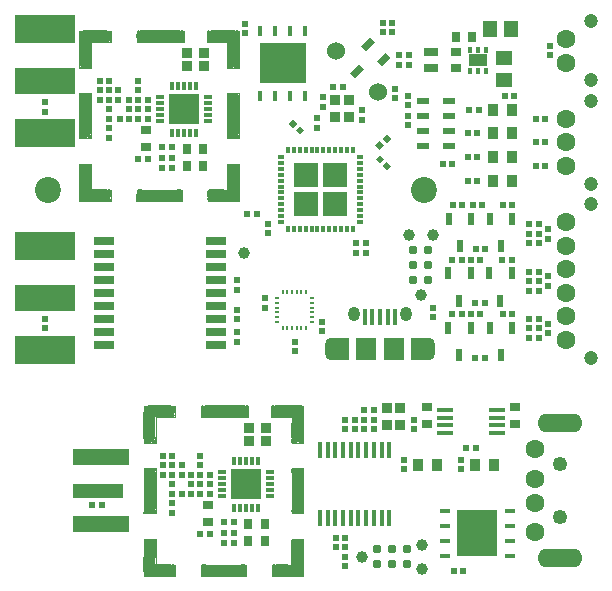
<source format=gts>
G04 #@! TF.FileFunction,Soldermask,Top*
%FSLAX46Y46*%
G04 Gerber Fmt 4.6, Leading zero omitted, Abs format (unit mm)*
G04 Created by KiCad (PCBNEW 4.0.2-4+6225~38~ubuntu14.04.1-stable) date Sun 08 May 2016 17:47:19 BST*
%MOMM*%
G01*
G04 APERTURE LIST*
%ADD10C,0.100000*%
%ADD11C,0.150000*%
%ADD12C,1.000000*%
%ADD13R,4.000000X3.400000*%
%ADD14R,0.450000X0.900000*%
%ADD15R,5.080000X2.286000*%
%ADD16R,5.080000X2.413000*%
%ADD17R,0.400000X0.200000*%
%ADD18R,0.200000X0.400000*%
%ADD19C,1.524000*%
%ADD20R,0.520000X0.520000*%
%ADD21C,1.200000*%
%ADD22C,1.600000*%
%ADD23R,1.150000X1.450000*%
%ADD24R,1.450000X1.150000*%
%ADD25R,0.950000X1.000000*%
%ADD26R,1.600000X1.000000*%
%ADD27R,0.400000X0.500000*%
%ADD28R,1.800000X0.700000*%
%ADD29R,1.800000X0.800000*%
%ADD30R,1.100000X0.600000*%
%ADD31R,0.600000X1.000000*%
%ADD32R,0.750000X0.900000*%
%ADD33R,0.900000X0.750000*%
%ADD34C,2.200000*%
%ADD35R,0.400000X1.350000*%
%ADD36O,1.000000X1.250000*%
%ADD37R,1.800000X1.900000*%
%ADD38R,1.575000X1.900000*%
%ADD39O,1.000000X1.900000*%
%ADD40R,0.300000X0.550000*%
%ADD41R,0.550000X0.300000*%
%ADD42R,2.002000X2.002000*%
%ADD43R,0.750000X0.300000*%
%ADD44R,0.300000X0.750000*%
%ADD45R,2.602000X2.602000*%
%ADD46C,0.787000*%
%ADD47C,1.000000*%
%ADD48R,0.850000X0.950000*%
%ADD49R,0.950000X0.850000*%
%ADD50R,1.300000X0.750000*%
%ADD51R,1.450000X0.450000*%
%ADD52O,3.800000X1.600000*%
%ADD53C,1.250000*%
%ADD54R,4.200000X1.270000*%
%ADD55R,4.700000X1.350000*%
%ADD56R,3.400000X4.000000*%
%ADD57R,0.900000X0.450000*%
G04 APERTURE END LIST*
D10*
D11*
X115840000Y-52950000D02*
X115880000Y-52880000D01*
X115630000Y-53000000D02*
X115840000Y-52950000D01*
X115620000Y-52180000D02*
X115630000Y-53000000D01*
X115620000Y-52100000D02*
X115620000Y-52180000D01*
X115810000Y-52130000D02*
X115620000Y-52100000D01*
X119340000Y-52110000D02*
X119430000Y-52190000D01*
X119510000Y-52120000D02*
X119340000Y-52110000D01*
X119480000Y-52400000D02*
X119510000Y-52120000D01*
X119310000Y-52970000D02*
X119390000Y-52870000D01*
X119500000Y-52990000D02*
X119310000Y-52970000D01*
X119480000Y-52620000D02*
X119500000Y-52990000D01*
X121690000Y-52100000D02*
X121680000Y-52160000D01*
X121570000Y-52100000D02*
X121690000Y-52100000D01*
X121550000Y-52200000D02*
X121570000Y-52100000D01*
X121630000Y-52260000D02*
X121550000Y-52200000D01*
X121560000Y-52780000D02*
X121640000Y-52900000D01*
X121590000Y-52990000D02*
X121560000Y-52780000D01*
X121960000Y-52940000D02*
X121590000Y-52990000D01*
X124130000Y-52110000D02*
X123960000Y-52100000D01*
X124140000Y-52360000D02*
X124130000Y-52110000D01*
X123250000Y-54870000D02*
X123340000Y-55030000D01*
X123270000Y-55110000D02*
X123250000Y-54870000D01*
X124060000Y-55040000D02*
X123270000Y-55110000D01*
X123890000Y-55120000D02*
X124070000Y-55040000D01*
X124120000Y-55100000D02*
X123890000Y-55120000D01*
X124150000Y-54760000D02*
X124120000Y-55100000D01*
X124150000Y-57460000D02*
X124150000Y-57570000D01*
X123830000Y-57440000D02*
X124150000Y-57460000D01*
X123440000Y-57400000D02*
X123330000Y-57530000D01*
X123270000Y-57430000D02*
X123440000Y-57400000D01*
X123260000Y-57680000D02*
X123270000Y-57430000D01*
X123420000Y-61090000D02*
X123420000Y-61060000D01*
X123270000Y-60870000D02*
X123420000Y-61090000D01*
X123290000Y-61110000D02*
X123270000Y-60870000D01*
X123610000Y-61110000D02*
X123290000Y-61110000D01*
X124030000Y-61060000D02*
X123950000Y-61080000D01*
X124120000Y-61120000D02*
X124030000Y-61060000D01*
X124150000Y-60880000D02*
X124120000Y-61120000D01*
X123270000Y-63420000D02*
X123490000Y-63480000D01*
X123280000Y-63700000D02*
X123270000Y-63420000D01*
X124120000Y-63420000D02*
X124000000Y-63440000D01*
X124130000Y-63710000D02*
X124120000Y-63420000D01*
X124120000Y-66420000D02*
X124150000Y-66320000D01*
X123930000Y-66410000D02*
X124120000Y-66420000D01*
X121640000Y-66430000D02*
X121810000Y-66410000D01*
X121610000Y-66210000D02*
X121640000Y-66430000D01*
X121630000Y-65560000D02*
X121800000Y-65580000D01*
X121620000Y-65770000D02*
X121630000Y-65560000D01*
X119290000Y-66410000D02*
X119080000Y-66440000D01*
X119200000Y-65630000D02*
X119290000Y-66410000D01*
X119300000Y-65810000D02*
X119190000Y-65610000D01*
X119300000Y-65560000D02*
X119300000Y-65810000D01*
X118940000Y-65550000D02*
X119300000Y-65560000D01*
X115840000Y-65570000D02*
X116320000Y-65750000D01*
X115640000Y-65570000D02*
X115840000Y-65570000D01*
X115600000Y-66440000D02*
X115640000Y-65570000D01*
X115830000Y-66430000D02*
X115600000Y-66440000D01*
X113260000Y-65560000D02*
X113100000Y-65580000D01*
X113240000Y-66320000D02*
X113260000Y-65560000D01*
X113290000Y-66280000D02*
X113240000Y-66320000D01*
X113320000Y-66430000D02*
X113290000Y-66280000D01*
X110950000Y-66430000D02*
X113320000Y-66430000D01*
X110770000Y-66400000D02*
X110950000Y-66430000D01*
X110770000Y-66300000D02*
X110770000Y-66400000D01*
X111630000Y-63680000D02*
X110770000Y-66300000D01*
X111610000Y-63430000D02*
X111630000Y-63680000D01*
X110920000Y-63440000D02*
X111610000Y-63430000D01*
X110770000Y-63450000D02*
X110920000Y-63440000D01*
X110760000Y-63640000D02*
X110770000Y-63450000D01*
X110760000Y-60930000D02*
X110810000Y-61050000D01*
X110730000Y-61120000D02*
X110760000Y-60930000D01*
X111030000Y-61110000D02*
X110730000Y-61120000D01*
X111630000Y-61020000D02*
X111630000Y-60870000D01*
X111410000Y-61110000D02*
X111630000Y-61020000D01*
X111670000Y-61120000D02*
X111410000Y-61110000D01*
X111530000Y-57500000D02*
X111660000Y-57610000D01*
X111650000Y-57430000D02*
X111530000Y-57500000D01*
X111400000Y-57410000D02*
X111650000Y-57430000D01*
X110890000Y-57420000D02*
X110960000Y-57420000D01*
X110770000Y-57600000D02*
X110890000Y-57420000D01*
X110760000Y-57410000D02*
X110770000Y-57600000D01*
D12*
X116010000Y-52520000D02*
X119060000Y-52540000D01*
X123730000Y-52530000D02*
X122000000Y-52520000D01*
X123710000Y-54650000D02*
X123720000Y-52520000D01*
X123720000Y-60650000D02*
X123720000Y-57860000D01*
X123700000Y-66020000D02*
X123710000Y-63850000D01*
X122040000Y-66000000D02*
X123750000Y-66010000D01*
X116030000Y-66020000D02*
X118850000Y-66020000D01*
X111180000Y-66000000D02*
X112870000Y-66000000D01*
X111190000Y-63860000D02*
X111180000Y-66000000D01*
X111190000Y-57870000D02*
X111190000Y-60670000D01*
D10*
X124210000Y-55170000D02*
X123210000Y-55170000D01*
X124210000Y-52040000D02*
X124210000Y-55170000D01*
X123780000Y-52040000D02*
X124210000Y-52040000D01*
X122050000Y-52040000D02*
X123780000Y-52040000D01*
X121510000Y-52040000D02*
X122050000Y-52040000D01*
X121510000Y-53040000D02*
X121510000Y-52040000D01*
X123210000Y-53040000D02*
X121510000Y-53040000D01*
X123210000Y-55170000D02*
X123210000Y-53040000D01*
X123210000Y-61170000D02*
X124210000Y-61170000D01*
X124210000Y-57370000D02*
X124210000Y-61170000D01*
X123210000Y-57370000D02*
X124210000Y-57370000D01*
X123210000Y-57490000D02*
X123210000Y-57370000D01*
X123210000Y-58610000D02*
X123210000Y-57490000D01*
X123210000Y-59290000D02*
X123210000Y-58610000D01*
X123210000Y-59870000D02*
X123210000Y-59290000D01*
X123210000Y-59930000D02*
X123210000Y-59870000D01*
X123210000Y-61170000D02*
X123210000Y-59930000D01*
X110840000Y-55040000D02*
X110750000Y-54990000D01*
X110750000Y-55090000D02*
X110840000Y-55040000D01*
X111020000Y-55120000D02*
X110750000Y-55090000D01*
X111470000Y-55130000D02*
X111380000Y-55090000D01*
X111490000Y-55020000D02*
X111470000Y-55130000D01*
X111540000Y-55120000D02*
X111490000Y-55020000D01*
X111560000Y-54950000D02*
X111540000Y-55120000D01*
X111630000Y-55120000D02*
X111560000Y-54950000D01*
X111630000Y-54720000D02*
X111630000Y-55120000D01*
D12*
X111160000Y-52730000D02*
X111160000Y-54670000D01*
D10*
X110880000Y-52890000D02*
X110790000Y-52850000D01*
X110720000Y-52990000D02*
X110880000Y-52890000D01*
X111050000Y-52970000D02*
X110720000Y-52990000D01*
X110750000Y-53050000D02*
X111220000Y-53050000D01*
X110740000Y-52700000D02*
X110750000Y-53050000D01*
X110990000Y-52080000D02*
X111010000Y-52120000D01*
X110880000Y-52170000D02*
X110940000Y-52080000D01*
X110820000Y-52090000D02*
X110880000Y-52170000D01*
X110760000Y-52340000D02*
X110820000Y-52090000D01*
X110750000Y-52090000D02*
X110760000Y-52340000D01*
X113020000Y-52960000D02*
X113260000Y-52860000D01*
X113300000Y-52970000D02*
X113020000Y-52960000D01*
X113300000Y-52680000D02*
X113300000Y-52970000D01*
X113120000Y-52220000D02*
X113120000Y-52090000D01*
X113230000Y-52090000D02*
X113120000Y-52220000D01*
X113290000Y-52320000D02*
X113230000Y-52090000D01*
X113300000Y-52090000D02*
X113290000Y-52320000D01*
D12*
X111210000Y-52540000D02*
X112850000Y-52540000D01*
D10*
X123210000Y-63370000D02*
X123210000Y-65500000D01*
X124210000Y-63370000D02*
X123210000Y-63370000D01*
X124220000Y-66500000D02*
X124210000Y-63370000D01*
X115560000Y-53040000D02*
X115560000Y-52040000D01*
X119560000Y-53040000D02*
X115560000Y-53040000D01*
X119560000Y-52040000D02*
X119560000Y-53040000D01*
X115560000Y-52040000D02*
X119560000Y-52040000D01*
X113360000Y-53040000D02*
X111700000Y-53040000D01*
X113360000Y-52040000D02*
X113360000Y-53040000D01*
X115560000Y-66500000D02*
X119360000Y-66500000D01*
X119360000Y-65500000D02*
X115560000Y-65500000D01*
X121560000Y-65500000D02*
X124210000Y-65500000D01*
X124210000Y-66500000D02*
X121560000Y-66500000D01*
X124210000Y-65500000D02*
X124210000Y-66500000D01*
X121560000Y-65500000D02*
X121560000Y-66500000D01*
X119360000Y-65500000D02*
X119360000Y-66500000D01*
X115560000Y-65500000D02*
X115560000Y-66500000D01*
X110700000Y-66500000D02*
X113360000Y-66500000D01*
X110700000Y-65500000D02*
X110700000Y-66500000D01*
X113360000Y-65500000D02*
X110700000Y-65500000D01*
X113360000Y-66500000D02*
X113360000Y-65500000D01*
X110700000Y-57920000D02*
X110700000Y-57370000D01*
X110700000Y-58510000D02*
X110700000Y-57920000D01*
X110700000Y-58710000D02*
X110700000Y-58510000D01*
X110700000Y-59580000D02*
X110700000Y-58710000D01*
X110700000Y-60590000D02*
X110700000Y-59580000D01*
X110700000Y-60890000D02*
X110700000Y-60590000D01*
X110700000Y-61060000D02*
X110700000Y-60890000D01*
X110700000Y-61170000D02*
X110700000Y-61060000D01*
X111700000Y-60770000D02*
X111700000Y-61170000D01*
X111700000Y-60230000D02*
X111700000Y-60770000D01*
X111700000Y-59650000D02*
X111700000Y-60230000D01*
X111700000Y-59200000D02*
X111700000Y-59650000D01*
X111700000Y-58850000D02*
X111700000Y-59200000D01*
X111700000Y-58350000D02*
X111700000Y-58850000D01*
X111700000Y-58020000D02*
X111700000Y-58350000D01*
X111700000Y-57370000D02*
X111700000Y-58020000D01*
X111700000Y-52350000D02*
X111700000Y-52040000D01*
X111700000Y-52560000D02*
X111700000Y-52350000D01*
X111700000Y-52700000D02*
X111700000Y-52560000D01*
X111700000Y-54690000D02*
X111700000Y-52700000D01*
X111700000Y-55170000D02*
X111700000Y-54690000D01*
X110700000Y-52040000D02*
X110700000Y-55170000D01*
X110700000Y-52040000D02*
X113360000Y-52040000D01*
X110700000Y-55170000D02*
X111700000Y-55170000D01*
X110700000Y-57370000D02*
X111700000Y-57370000D01*
X110700000Y-61170000D02*
X111700000Y-61170000D01*
X111700000Y-66500000D02*
X110700000Y-66500000D01*
X111700000Y-63370000D02*
X111700000Y-66500000D01*
X110700000Y-63370000D02*
X111700000Y-63370000D01*
X110700000Y-66500000D02*
X110700000Y-63370000D01*
D11*
X121290000Y-84700000D02*
X121330000Y-84630000D01*
X121080000Y-84750000D02*
X121290000Y-84700000D01*
X121070000Y-83930000D02*
X121080000Y-84750000D01*
X121070000Y-83850000D02*
X121070000Y-83930000D01*
X121260000Y-83880000D02*
X121070000Y-83850000D01*
X124790000Y-83860000D02*
X124880000Y-83940000D01*
X124960000Y-83870000D02*
X124790000Y-83860000D01*
X124930000Y-84150000D02*
X124960000Y-83870000D01*
X124760000Y-84720000D02*
X124840000Y-84620000D01*
X124950000Y-84740000D02*
X124760000Y-84720000D01*
X124930000Y-84370000D02*
X124950000Y-84740000D01*
X127140000Y-83850000D02*
X127130000Y-83910000D01*
X127020000Y-83850000D02*
X127140000Y-83850000D01*
X127000000Y-83950000D02*
X127020000Y-83850000D01*
X127080000Y-84010000D02*
X127000000Y-83950000D01*
X127010000Y-84530000D02*
X127090000Y-84650000D01*
X127040000Y-84740000D02*
X127010000Y-84530000D01*
X127410000Y-84690000D02*
X127040000Y-84740000D01*
X129580000Y-83860000D02*
X129410000Y-83850000D01*
X129590000Y-84110000D02*
X129580000Y-83860000D01*
X128700000Y-86620000D02*
X128790000Y-86780000D01*
X128720000Y-86860000D02*
X128700000Y-86620000D01*
X129510000Y-86790000D02*
X128720000Y-86860000D01*
X129340000Y-86870000D02*
X129520000Y-86790000D01*
X129570000Y-86850000D02*
X129340000Y-86870000D01*
X129600000Y-86510000D02*
X129570000Y-86850000D01*
X129600000Y-89210000D02*
X129600000Y-89320000D01*
X129280000Y-89190000D02*
X129600000Y-89210000D01*
X128890000Y-89150000D02*
X128780000Y-89280000D01*
X128720000Y-89180000D02*
X128890000Y-89150000D01*
X128710000Y-89430000D02*
X128720000Y-89180000D01*
X128870000Y-92840000D02*
X128870000Y-92810000D01*
X128720000Y-92620000D02*
X128870000Y-92840000D01*
X128740000Y-92860000D02*
X128720000Y-92620000D01*
X129060000Y-92860000D02*
X128740000Y-92860000D01*
X129480000Y-92810000D02*
X129400000Y-92830000D01*
X129570000Y-92870000D02*
X129480000Y-92810000D01*
X129600000Y-92630000D02*
X129570000Y-92870000D01*
X128720000Y-95170000D02*
X128940000Y-95230000D01*
X128730000Y-95450000D02*
X128720000Y-95170000D01*
X129570000Y-95170000D02*
X129450000Y-95190000D01*
X129580000Y-95460000D02*
X129570000Y-95170000D01*
X129570000Y-98170000D02*
X129600000Y-98070000D01*
X129380000Y-98160000D02*
X129570000Y-98170000D01*
X127090000Y-98180000D02*
X127260000Y-98160000D01*
X127060000Y-97960000D02*
X127090000Y-98180000D01*
X127080000Y-97310000D02*
X127250000Y-97330000D01*
X127070000Y-97520000D02*
X127080000Y-97310000D01*
X124740000Y-98160000D02*
X124530000Y-98190000D01*
X124650000Y-97380000D02*
X124740000Y-98160000D01*
X124750000Y-97560000D02*
X124640000Y-97360000D01*
X124750000Y-97310000D02*
X124750000Y-97560000D01*
X124390000Y-97300000D02*
X124750000Y-97310000D01*
X121290000Y-97320000D02*
X121770000Y-97500000D01*
X121090000Y-97320000D02*
X121290000Y-97320000D01*
X121050000Y-98190000D02*
X121090000Y-97320000D01*
X121280000Y-98180000D02*
X121050000Y-98190000D01*
X118710000Y-97310000D02*
X118550000Y-97330000D01*
X118690000Y-98070000D02*
X118710000Y-97310000D01*
X118740000Y-98030000D02*
X118690000Y-98070000D01*
X118770000Y-98180000D02*
X118740000Y-98030000D01*
X116400000Y-98180000D02*
X118770000Y-98180000D01*
X116220000Y-98150000D02*
X116400000Y-98180000D01*
X116220000Y-98050000D02*
X116220000Y-98150000D01*
X117080000Y-95430000D02*
X116220000Y-98050000D01*
X117060000Y-95180000D02*
X117080000Y-95430000D01*
X116370000Y-95190000D02*
X117060000Y-95180000D01*
X116220000Y-95200000D02*
X116370000Y-95190000D01*
X116210000Y-95390000D02*
X116220000Y-95200000D01*
X116210000Y-92680000D02*
X116260000Y-92800000D01*
X116180000Y-92870000D02*
X116210000Y-92680000D01*
X116480000Y-92860000D02*
X116180000Y-92870000D01*
X117080000Y-92770000D02*
X117080000Y-92620000D01*
X116860000Y-92860000D02*
X117080000Y-92770000D01*
X117120000Y-92870000D02*
X116860000Y-92860000D01*
X116980000Y-89250000D02*
X117110000Y-89360000D01*
X117100000Y-89180000D02*
X116980000Y-89250000D01*
X116850000Y-89160000D02*
X117100000Y-89180000D01*
X116340000Y-89170000D02*
X116410000Y-89170000D01*
X116220000Y-89350000D02*
X116340000Y-89170000D01*
X116210000Y-89160000D02*
X116220000Y-89350000D01*
D12*
X121460000Y-84270000D02*
X124510000Y-84290000D01*
X129180000Y-84280000D02*
X127450000Y-84270000D01*
X129160000Y-86400000D02*
X129170000Y-84270000D01*
X129170000Y-92400000D02*
X129170000Y-89610000D01*
X129150000Y-97770000D02*
X129160000Y-95600000D01*
X127490000Y-97750000D02*
X129200000Y-97760000D01*
X121480000Y-97770000D02*
X124300000Y-97770000D01*
X116630000Y-97750000D02*
X118320000Y-97750000D01*
X116640000Y-95610000D02*
X116630000Y-97750000D01*
X116640000Y-89620000D02*
X116640000Y-92420000D01*
D10*
X129660000Y-86920000D02*
X128660000Y-86920000D01*
X129660000Y-83790000D02*
X129660000Y-86920000D01*
X129230000Y-83790000D02*
X129660000Y-83790000D01*
X127500000Y-83790000D02*
X129230000Y-83790000D01*
X126960000Y-83790000D02*
X127500000Y-83790000D01*
X126960000Y-84790000D02*
X126960000Y-83790000D01*
X128660000Y-84790000D02*
X126960000Y-84790000D01*
X128660000Y-86920000D02*
X128660000Y-84790000D01*
X128660000Y-92920000D02*
X129660000Y-92920000D01*
X129660000Y-89120000D02*
X129660000Y-92920000D01*
X128660000Y-89120000D02*
X129660000Y-89120000D01*
X128660000Y-89240000D02*
X128660000Y-89120000D01*
X128660000Y-90360000D02*
X128660000Y-89240000D01*
X128660000Y-91040000D02*
X128660000Y-90360000D01*
X128660000Y-91620000D02*
X128660000Y-91040000D01*
X128660000Y-91680000D02*
X128660000Y-91620000D01*
X128660000Y-92920000D02*
X128660000Y-91680000D01*
X116290000Y-86790000D02*
X116200000Y-86740000D01*
X116200000Y-86840000D02*
X116290000Y-86790000D01*
X116470000Y-86870000D02*
X116200000Y-86840000D01*
X116920000Y-86880000D02*
X116830000Y-86840000D01*
X116940000Y-86770000D02*
X116920000Y-86880000D01*
X116990000Y-86870000D02*
X116940000Y-86770000D01*
X117010000Y-86700000D02*
X116990000Y-86870000D01*
X117080000Y-86870000D02*
X117010000Y-86700000D01*
X117080000Y-86470000D02*
X117080000Y-86870000D01*
D12*
X116610000Y-84480000D02*
X116610000Y-86420000D01*
D10*
X116330000Y-84640000D02*
X116240000Y-84600000D01*
X116170000Y-84740000D02*
X116330000Y-84640000D01*
X116500000Y-84720000D02*
X116170000Y-84740000D01*
X116200000Y-84800000D02*
X116670000Y-84800000D01*
X116190000Y-84450000D02*
X116200000Y-84800000D01*
X116440000Y-83830000D02*
X116460000Y-83870000D01*
X116330000Y-83920000D02*
X116390000Y-83830000D01*
X116270000Y-83840000D02*
X116330000Y-83920000D01*
X116210000Y-84090000D02*
X116270000Y-83840000D01*
X116200000Y-83840000D02*
X116210000Y-84090000D01*
X118470000Y-84710000D02*
X118710000Y-84610000D01*
X118750000Y-84720000D02*
X118470000Y-84710000D01*
X118750000Y-84430000D02*
X118750000Y-84720000D01*
X118570000Y-83970000D02*
X118570000Y-83840000D01*
X118680000Y-83840000D02*
X118570000Y-83970000D01*
X118740000Y-84070000D02*
X118680000Y-83840000D01*
X118750000Y-83840000D02*
X118740000Y-84070000D01*
D12*
X116660000Y-84290000D02*
X118300000Y-84290000D01*
D10*
X128660000Y-95120000D02*
X128660000Y-97250000D01*
X129660000Y-95120000D02*
X128660000Y-95120000D01*
X129670000Y-98250000D02*
X129660000Y-95120000D01*
X121010000Y-84790000D02*
X121010000Y-83790000D01*
X125010000Y-84790000D02*
X121010000Y-84790000D01*
X125010000Y-83790000D02*
X125010000Y-84790000D01*
X121010000Y-83790000D02*
X125010000Y-83790000D01*
X118810000Y-84790000D02*
X117150000Y-84790000D01*
X118810000Y-83790000D02*
X118810000Y-84790000D01*
X121010000Y-98250000D02*
X124810000Y-98250000D01*
X124810000Y-97250000D02*
X121010000Y-97250000D01*
X127010000Y-97250000D02*
X129660000Y-97250000D01*
X129660000Y-98250000D02*
X127010000Y-98250000D01*
X129660000Y-97250000D02*
X129660000Y-98250000D01*
X127010000Y-97250000D02*
X127010000Y-98250000D01*
X124810000Y-97250000D02*
X124810000Y-98250000D01*
X121010000Y-97250000D02*
X121010000Y-98250000D01*
X116150000Y-98250000D02*
X118810000Y-98250000D01*
X116150000Y-97250000D02*
X116150000Y-98250000D01*
X118810000Y-97250000D02*
X116150000Y-97250000D01*
X118810000Y-98250000D02*
X118810000Y-97250000D01*
X116150000Y-89670000D02*
X116150000Y-89120000D01*
X116150000Y-90260000D02*
X116150000Y-89670000D01*
X116150000Y-90460000D02*
X116150000Y-90260000D01*
X116150000Y-91330000D02*
X116150000Y-90460000D01*
X116150000Y-92340000D02*
X116150000Y-91330000D01*
X116150000Y-92640000D02*
X116150000Y-92340000D01*
X116150000Y-92810000D02*
X116150000Y-92640000D01*
X116150000Y-92920000D02*
X116150000Y-92810000D01*
X117150000Y-92520000D02*
X117150000Y-92920000D01*
X117150000Y-91980000D02*
X117150000Y-92520000D01*
X117150000Y-91400000D02*
X117150000Y-91980000D01*
X117150000Y-90950000D02*
X117150000Y-91400000D01*
X117150000Y-90600000D02*
X117150000Y-90950000D01*
X117150000Y-90100000D02*
X117150000Y-90600000D01*
X117150000Y-89770000D02*
X117150000Y-90100000D01*
X117150000Y-89120000D02*
X117150000Y-89770000D01*
X117150000Y-84100000D02*
X117150000Y-83790000D01*
X117150000Y-84310000D02*
X117150000Y-84100000D01*
X117150000Y-84450000D02*
X117150000Y-84310000D01*
X117150000Y-86440000D02*
X117150000Y-84450000D01*
X117150000Y-86920000D02*
X117150000Y-86440000D01*
X116150000Y-83790000D02*
X116150000Y-86920000D01*
X116150000Y-83790000D02*
X118810000Y-83790000D01*
X116150000Y-86920000D02*
X117150000Y-86920000D01*
X116150000Y-89120000D02*
X117150000Y-89120000D01*
X116150000Y-92920000D02*
X117150000Y-92920000D01*
X117150000Y-98250000D02*
X116150000Y-98250000D01*
X117150000Y-95120000D02*
X117150000Y-98250000D01*
X116150000Y-95120000D02*
X117150000Y-95120000D01*
X116150000Y-98250000D02*
X116150000Y-95120000D01*
D13*
X127900000Y-54800000D03*
D14*
X125995000Y-57550000D03*
X127265000Y-57550000D03*
X128535000Y-57550000D03*
X129805000Y-57550000D03*
X129805000Y-52050000D03*
X128535000Y-52050000D03*
X127265000Y-52050000D03*
X125995000Y-52050000D03*
D15*
X107750000Y-74700000D03*
D16*
X107750000Y-79081500D03*
X107750000Y-70318500D03*
D15*
X107750000Y-56300000D03*
D16*
X107750000Y-60681500D03*
X107750000Y-51918500D03*
D17*
X127400000Y-74700000D03*
X127400000Y-75100000D03*
X127400000Y-75500000D03*
X127400000Y-75900000D03*
X127400000Y-76300000D03*
X127400000Y-76700000D03*
D18*
X127900000Y-77200000D03*
X128300000Y-77200000D03*
X128700000Y-77200000D03*
X129100000Y-77200000D03*
X129500000Y-77200000D03*
X129900000Y-77200000D03*
D17*
X130400000Y-76700000D03*
X130400000Y-76300000D03*
X130400000Y-75900000D03*
X130400000Y-75500000D03*
X130400000Y-75100000D03*
X130400000Y-74700000D03*
D18*
X129900000Y-74200000D03*
X129500000Y-74200000D03*
X129100000Y-74200000D03*
X128700000Y-74200000D03*
X128300000Y-74200000D03*
X127900000Y-74200000D03*
D19*
X132432233Y-53732233D03*
X135967767Y-57267767D03*
D20*
X118500000Y-63700000D03*
X117700000Y-63700000D03*
X134950000Y-70050000D03*
X134950000Y-70850000D03*
D21*
X154000000Y-65000000D03*
X154000000Y-58000000D03*
D22*
X151900000Y-63500000D03*
X151900000Y-61500000D03*
X151900000Y-59500000D03*
D21*
X154000000Y-56249999D03*
X154000000Y-51249999D03*
D22*
X151900000Y-54749999D03*
X151900000Y-52749999D03*
D23*
X145450000Y-51900000D03*
X147250000Y-51900000D03*
D24*
X146650000Y-56199999D03*
X146650000Y-54399999D03*
D20*
X148800000Y-77250000D03*
X148800000Y-76450000D03*
X148800000Y-73250000D03*
X148800000Y-72450000D03*
X148800000Y-69250000D03*
X148800000Y-68450000D03*
D25*
X147300000Y-58750000D03*
X145700000Y-58750000D03*
X147300000Y-60750000D03*
X145700000Y-60750000D03*
X147300000Y-62750000D03*
X145700000Y-62750000D03*
X147300000Y-64749999D03*
X145700000Y-64749999D03*
D26*
X144450000Y-54550000D03*
D27*
X145100000Y-53650000D03*
X144450000Y-53650000D03*
X143800000Y-53650000D03*
X143800000Y-55450000D03*
X144450000Y-55450000D03*
X145100000Y-55450000D03*
D28*
X112800000Y-69900000D03*
D29*
X112800000Y-71000000D03*
X112800000Y-72100000D03*
X112800000Y-73200000D03*
X112800000Y-74300000D03*
X112800000Y-75400000D03*
X112800000Y-76500000D03*
X112800000Y-77600000D03*
D28*
X112800000Y-78700000D03*
X122300000Y-69900000D03*
X122300000Y-78700000D03*
D29*
X122300000Y-71000000D03*
X122300000Y-72100000D03*
X122300000Y-73200000D03*
X122300000Y-74300000D03*
X122300000Y-75400000D03*
X122300000Y-76500000D03*
X122300000Y-77600000D03*
D30*
X142000000Y-61775001D03*
X142000000Y-60525001D03*
X142000000Y-59275001D03*
X142000000Y-58025001D03*
X139800000Y-58025001D03*
X139800000Y-59275001D03*
X139800000Y-60525001D03*
X139800000Y-61775001D03*
D21*
X154000001Y-79750000D03*
X154000001Y-66750000D03*
D22*
X151900001Y-78250000D03*
X151900001Y-76250000D03*
X151900001Y-74250000D03*
X151900001Y-72250000D03*
X151900001Y-70250000D03*
X151900001Y-68250000D03*
D31*
X147320000Y-77200000D03*
X145420000Y-77200000D03*
X146370000Y-79500000D03*
X147300000Y-72599999D03*
X145400000Y-72599999D03*
X146350000Y-74899999D03*
X147350000Y-68000000D03*
X145450000Y-68000000D03*
X146400000Y-70300000D03*
X143820000Y-77200000D03*
X141920000Y-77200000D03*
X142870000Y-79500000D03*
X143820000Y-72600000D03*
X141920000Y-72600000D03*
X142870000Y-74900000D03*
X143850000Y-68000000D03*
X141950000Y-68000000D03*
X142900000Y-70300000D03*
D10*
G36*
X136626345Y-53942894D02*
X137050609Y-54367158D01*
X136343503Y-55074264D01*
X135919239Y-54650000D01*
X136626345Y-53942894D01*
X136626345Y-53942894D01*
G37*
G36*
X135282842Y-52599391D02*
X135707106Y-53023655D01*
X135000000Y-53730761D01*
X134575736Y-53306497D01*
X135282842Y-52599391D01*
X135282842Y-52599391D01*
G37*
G36*
X134328248Y-54897488D02*
X134752512Y-55321752D01*
X134045406Y-56028858D01*
X133621142Y-55604594D01*
X134328248Y-54897488D01*
X134328248Y-54897488D01*
G37*
D20*
X146550000Y-76050000D03*
X147350000Y-76050000D03*
X146500000Y-71450000D03*
X147300000Y-71450000D03*
X146550000Y-66850000D03*
X147350000Y-66850000D03*
X144200000Y-79750000D03*
X145000000Y-79750000D03*
X144200000Y-75150000D03*
X145000000Y-75150000D03*
X144250000Y-70550000D03*
X145050000Y-70550000D03*
D32*
X143950000Y-52550000D03*
X142550000Y-52550000D03*
D20*
X142250000Y-76050000D03*
X143050000Y-76050000D03*
X142250000Y-71450000D03*
X143050000Y-71450000D03*
X142300000Y-66850000D03*
X143100000Y-66850000D03*
D33*
X142550000Y-53850000D03*
X142550000Y-55250000D03*
D20*
X143850000Y-76050000D03*
X144650000Y-76050000D03*
X143850000Y-71450000D03*
X144650000Y-71450000D03*
X144000000Y-66850000D03*
X144800000Y-66850000D03*
X149600001Y-76450000D03*
X149600001Y-77250000D03*
X149600000Y-72449999D03*
X149600000Y-73249999D03*
X149600000Y-68450000D03*
X149600000Y-69250000D03*
X148800000Y-78050000D03*
X149600000Y-78050000D03*
X148800000Y-74050000D03*
X149600000Y-74050000D03*
X148800000Y-70050000D03*
X149600000Y-70050000D03*
X143700000Y-58750000D03*
X144500000Y-58750000D03*
X143600000Y-60750000D03*
X144400000Y-60750000D03*
X143600000Y-62750000D03*
X144400000Y-62750000D03*
X143600001Y-64750000D03*
X144400001Y-64750000D03*
X150150000Y-61499999D03*
X149350000Y-61499999D03*
X137200000Y-52200001D03*
X137200000Y-51400001D03*
X137450000Y-57750000D03*
X137450000Y-56950000D03*
D34*
X107999999Y-65500000D03*
X139900000Y-65500000D03*
D20*
X150550000Y-53349999D03*
X150550000Y-54149999D03*
X149350000Y-59500000D03*
X150150000Y-59500000D03*
X150399999Y-68850000D03*
X150399999Y-69650000D03*
X150400000Y-72850001D03*
X150400000Y-73650001D03*
X150400000Y-76850000D03*
X150400000Y-77650000D03*
X149350000Y-63500000D03*
X150150000Y-63500000D03*
D35*
X136150000Y-76325000D03*
X136800000Y-76325000D03*
X135500000Y-76325000D03*
X134850000Y-76325000D03*
X137450000Y-76325000D03*
D36*
X138375000Y-76000000D03*
X133925000Y-76000000D03*
D37*
X137300000Y-79000000D03*
X135000000Y-79000000D03*
D38*
X139537500Y-79000000D03*
D39*
X140325000Y-79000000D03*
D38*
X132762500Y-79000000D03*
D39*
X131975000Y-79000000D03*
D20*
X124020000Y-73170000D03*
X124020000Y-73970000D03*
D10*
G36*
X135782304Y-62949999D02*
X136150000Y-62582303D01*
X136517696Y-62949999D01*
X136150000Y-63317695D01*
X135782304Y-62949999D01*
X135782304Y-62949999D01*
G37*
G36*
X136347990Y-63515685D02*
X136715686Y-63147989D01*
X137083382Y-63515685D01*
X136715686Y-63883381D01*
X136347990Y-63515685D01*
X136347990Y-63515685D01*
G37*
D20*
X134100000Y-70050000D03*
X134100000Y-70850000D03*
X131200000Y-76700000D03*
X131200000Y-77500000D03*
X126400000Y-74700000D03*
X126400000Y-75500000D03*
X126700000Y-68400000D03*
X126700000Y-69200000D03*
D10*
G36*
X136134314Y-62133382D02*
X135766618Y-61765686D01*
X136134314Y-61397990D01*
X136502010Y-61765686D01*
X136134314Y-62133382D01*
X136134314Y-62133382D01*
G37*
G36*
X136700000Y-61567696D02*
X136332304Y-61200000D01*
X136700000Y-60832304D01*
X137067696Y-61200000D01*
X136700000Y-61567696D01*
X136700000Y-61567696D01*
G37*
D20*
X146700000Y-57550001D03*
X147500000Y-57550001D03*
X128950000Y-78400000D03*
X128950000Y-79200000D03*
X124900000Y-67600000D03*
X125700000Y-67600000D03*
X130800000Y-60250000D03*
X130800000Y-59450000D03*
X134599999Y-58800000D03*
X134599999Y-59600000D03*
X133000000Y-56800000D03*
X132200000Y-56800000D03*
X115700001Y-56300000D03*
X115700001Y-57100000D03*
X115699999Y-58700000D03*
X114899999Y-58700000D03*
X116500000Y-59500000D03*
X115700000Y-59500000D03*
X113200000Y-60300000D03*
X113200000Y-61100000D03*
X114000000Y-57900000D03*
X114000000Y-57100000D03*
X113200000Y-57100000D03*
X113200000Y-56300000D03*
X116500000Y-62900000D03*
X115700000Y-62900000D03*
X140600000Y-75500000D03*
X140600000Y-76300000D03*
D32*
X119800000Y-63500000D03*
X121200000Y-63500000D03*
X119800000Y-62100000D03*
X121200000Y-62100000D03*
D20*
X118500000Y-61900001D03*
X117700000Y-61900001D03*
X118500000Y-62800000D03*
X117700000Y-62800000D03*
X142250000Y-63300000D03*
X141450000Y-63300000D03*
X124000000Y-78400000D03*
X124000000Y-77600000D03*
X124000000Y-75700000D03*
X124000000Y-76500000D03*
D40*
X133850000Y-62125000D03*
X133350000Y-62125000D03*
X132850000Y-62125000D03*
X132350000Y-62125000D03*
X131850000Y-62125000D03*
X131350000Y-62125000D03*
X130850000Y-62125000D03*
X130350000Y-62125000D03*
X129850000Y-62125000D03*
X129350000Y-62125000D03*
X128850000Y-62125000D03*
X128350000Y-62125000D03*
D41*
X127725000Y-62750000D03*
X127725000Y-63250000D03*
X127725000Y-63750000D03*
X127725000Y-64250000D03*
X127725000Y-64750000D03*
X127725000Y-65250000D03*
X127725000Y-65750000D03*
X127725000Y-66250000D03*
X127725000Y-66750000D03*
X127725000Y-67250000D03*
X127725000Y-67750000D03*
X127725000Y-68250000D03*
D40*
X128350000Y-68875000D03*
X128850000Y-68875000D03*
X129350000Y-68875000D03*
X129850000Y-68875000D03*
X130350000Y-68875000D03*
X130850000Y-68875000D03*
X131350000Y-68875000D03*
X131850000Y-68875000D03*
X132350000Y-68875000D03*
X132850000Y-68875000D03*
X133350000Y-68875000D03*
X133850000Y-68875000D03*
D41*
X134475000Y-68250000D03*
X134475000Y-67750000D03*
X134475000Y-67250000D03*
X134475000Y-66750000D03*
X134475000Y-66250000D03*
X134475000Y-65750000D03*
X134475000Y-65250000D03*
X134475000Y-64750000D03*
X134475000Y-64250000D03*
X134475000Y-63750000D03*
X134475000Y-63250000D03*
X134475000Y-62750000D03*
D42*
X132350000Y-64250000D03*
X129850000Y-64250000D03*
X132350000Y-66750000D03*
X129850000Y-66750000D03*
D43*
X117550000Y-57699999D03*
X117550000Y-58199999D03*
X117550000Y-58699999D03*
X117550000Y-59199999D03*
X117550000Y-59699999D03*
D44*
X118550000Y-60699999D03*
X119050000Y-60699999D03*
X119550000Y-60699999D03*
X120050000Y-60699999D03*
X120550000Y-60699999D03*
D43*
X121550000Y-59699999D03*
X121550000Y-59199999D03*
X121550000Y-58699999D03*
X121550000Y-58199999D03*
X121550000Y-57699999D03*
D44*
X120550000Y-56699999D03*
X120050000Y-56699999D03*
X119550000Y-56699999D03*
X119050000Y-56699999D03*
X118550000Y-56699999D03*
D45*
X119550000Y-58699999D03*
D20*
X116500001Y-58700000D03*
X116500001Y-57900000D03*
X115700001Y-57899998D03*
X114900001Y-57899998D03*
X113200000Y-59500000D03*
X113200000Y-58700000D03*
X113199999Y-57900000D03*
X112399999Y-57900000D03*
X114900000Y-59499999D03*
X114100000Y-59499999D03*
D33*
X116300001Y-60499999D03*
X116300001Y-61899999D03*
D46*
X140240000Y-73170000D03*
X138970000Y-73170000D03*
X140240000Y-71900000D03*
X138970000Y-71900000D03*
X140240000Y-70630000D03*
X138970000Y-70630000D03*
D47*
X139605000Y-74440000D03*
X140621000Y-69360000D03*
X138589000Y-69360000D03*
D20*
X131300000Y-57699999D03*
X131300000Y-58499999D03*
X112400000Y-57100000D03*
X112400000Y-56300000D03*
X138500000Y-58350000D03*
X138500000Y-57550000D03*
X138500000Y-59250000D03*
X138500000Y-60050000D03*
D48*
X133525000Y-59375000D03*
X133525000Y-57925000D03*
X132375000Y-57925000D03*
X132375000Y-59375000D03*
D49*
X121275000Y-53925001D03*
X119825000Y-53925001D03*
X119825000Y-55075001D03*
X121275000Y-55075001D03*
D20*
X138600000Y-54150000D03*
X138600000Y-54950000D03*
X137750000Y-54950000D03*
X137750000Y-54150000D03*
X136400000Y-52200000D03*
X136400000Y-51400000D03*
X124750001Y-51450000D03*
X124750001Y-52250000D03*
X107750000Y-77250000D03*
X107750000Y-76450000D03*
X107750000Y-58100000D03*
X107750000Y-58900000D03*
D10*
G36*
X129750539Y-60482844D02*
X129382843Y-60850540D01*
X129015147Y-60482844D01*
X129382843Y-60115148D01*
X129750539Y-60482844D01*
X129750539Y-60482844D01*
G37*
G36*
X129184853Y-59917158D02*
X128817157Y-60284854D01*
X128449461Y-59917158D01*
X128817157Y-59549462D01*
X129184853Y-59917158D01*
X129184853Y-59917158D01*
G37*
D50*
X140500000Y-53825000D03*
X140500000Y-55175000D03*
D47*
X124600000Y-70850000D03*
D35*
X136925000Y-87525000D03*
X136275000Y-87525000D03*
X135625000Y-87525000D03*
X134975000Y-87525000D03*
X134325000Y-87525000D03*
X133675000Y-87525000D03*
X133025000Y-87525000D03*
X132375000Y-87525000D03*
X131725000Y-87525000D03*
X131075000Y-87525000D03*
X131075000Y-93275000D03*
X131725000Y-93275000D03*
X132375000Y-93275000D03*
X133025000Y-93275000D03*
X133675000Y-93275000D03*
X134325000Y-93275000D03*
X134975000Y-93275000D03*
X135625000Y-93275000D03*
X136275000Y-93275000D03*
X136925000Y-93275000D03*
D51*
X141650000Y-84175000D03*
X141650000Y-84825000D03*
X141650000Y-85475000D03*
X141650000Y-86125000D03*
X146050000Y-86125000D03*
X146050000Y-85475000D03*
X146050000Y-84825000D03*
X146050000Y-84175000D03*
D43*
X122800000Y-89450000D03*
X122800000Y-89950000D03*
X122800000Y-90450000D03*
X122800000Y-90950000D03*
X122800000Y-91450000D03*
D44*
X123800000Y-92450000D03*
X124300000Y-92450000D03*
X124800000Y-92450000D03*
X125300000Y-92450000D03*
X125800000Y-92450000D03*
D43*
X126800000Y-91450000D03*
X126800000Y-90950000D03*
X126800000Y-90450000D03*
X126800000Y-89950000D03*
X126800000Y-89450000D03*
D44*
X125800000Y-88450000D03*
X125300000Y-88450000D03*
X124800000Y-88450000D03*
X124300000Y-88450000D03*
X123800000Y-88450000D03*
D45*
X124800000Y-90450000D03*
D52*
X151400000Y-96700000D03*
X151400000Y-85300000D03*
D53*
X151400000Y-93250000D03*
X151400000Y-88750000D03*
D22*
X149300000Y-92000000D03*
X149300000Y-90000000D03*
X149300000Y-87500000D03*
X149300000Y-94500000D03*
D54*
X112250000Y-91000000D03*
D55*
X112500000Y-88175000D03*
X112500000Y-93825000D03*
D20*
X120950000Y-88050000D03*
X120950000Y-88850000D03*
X143450000Y-87400000D03*
X144250000Y-87400000D03*
X120950000Y-90450000D03*
X120150000Y-90450000D03*
X121750000Y-91250001D03*
X120950000Y-91250001D03*
D33*
X147600000Y-85350000D03*
X147600000Y-83950000D03*
X140100000Y-83950000D03*
X140100000Y-85350000D03*
D20*
X118550000Y-92050000D03*
X118550000Y-92850000D03*
X119350000Y-89650001D03*
X119350000Y-88850001D03*
X118550000Y-88850001D03*
X118550000Y-88050001D03*
X121750000Y-94650000D03*
X120950000Y-94650000D03*
D32*
X125000000Y-95250000D03*
X126400000Y-95250000D03*
X125000000Y-93850000D03*
X126400000Y-93850000D03*
D20*
X123750000Y-95450000D03*
X122950000Y-95450000D03*
X123750000Y-93650000D03*
X122950000Y-93650000D03*
X123750000Y-94550000D03*
X122950000Y-94550000D03*
X142400000Y-97800000D03*
X143200000Y-97800000D03*
X139000000Y-85000000D03*
X139000000Y-85800000D03*
X134800000Y-84200000D03*
X135600000Y-84200000D03*
X134000000Y-85800000D03*
X133200000Y-85800000D03*
X133200000Y-95000000D03*
X133200000Y-95800000D03*
X134000000Y-85000000D03*
X133200000Y-85000000D03*
X132400000Y-95000000D03*
X132400000Y-95800000D03*
X133200000Y-97400000D03*
X133200000Y-96600000D03*
X134800000Y-85800000D03*
X134800000Y-85000000D03*
X111800000Y-92200000D03*
X112600000Y-92200000D03*
X121750000Y-90450000D03*
X121750000Y-89650000D03*
X120950000Y-89650000D03*
X120150000Y-89650000D03*
X118550000Y-91250000D03*
X118550000Y-90450000D03*
X118550000Y-89650000D03*
X117750000Y-89650000D03*
X120150000Y-91250000D03*
X119350000Y-91250000D03*
D33*
X121550000Y-92250000D03*
X121550000Y-93650000D03*
D46*
X135930000Y-97240000D03*
X135930000Y-95970000D03*
X137200000Y-97240000D03*
X137200000Y-95970000D03*
X138470000Y-97240000D03*
X138470000Y-95970000D03*
D47*
X134660000Y-96605000D03*
X139740000Y-97621000D03*
X139740000Y-95589000D03*
D20*
X117750000Y-88850000D03*
X117750000Y-88050000D03*
X135600000Y-85000000D03*
X135600000Y-85800000D03*
D49*
X126525000Y-85675000D03*
X125075000Y-85675000D03*
X125075000Y-86825000D03*
X126525000Y-86825000D03*
D48*
X137875000Y-85475000D03*
X137875000Y-84025000D03*
X136725000Y-84025000D03*
X136725000Y-85475000D03*
D25*
X141000000Y-88800000D03*
X139400000Y-88800000D03*
X145800000Y-88800000D03*
X144200000Y-88800000D03*
D20*
X138200000Y-89200000D03*
X138200000Y-88400000D03*
X143000000Y-89200000D03*
X143000000Y-88400000D03*
D56*
X144400000Y-94600000D03*
D57*
X147150000Y-96505000D03*
X147150000Y-95235000D03*
X147150000Y-93965000D03*
X147150000Y-92695000D03*
X141650000Y-92695000D03*
X141650000Y-93965000D03*
X141650000Y-95235000D03*
X141650000Y-96505000D03*
M02*

</source>
